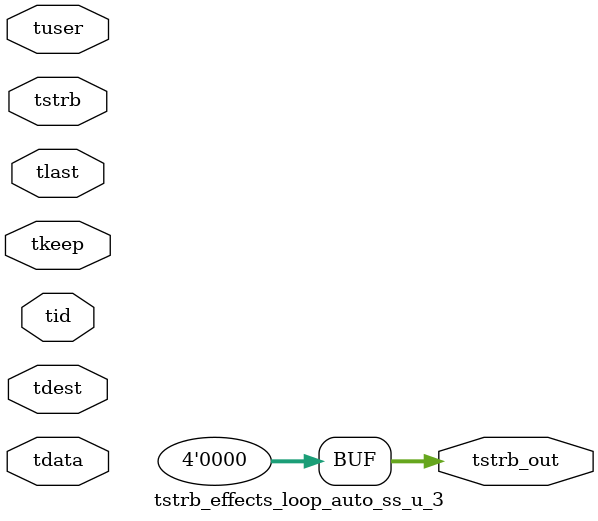
<source format=v>


`timescale 1ps/1ps

module tstrb_effects_loop_auto_ss_u_3 #
(
parameter C_S_AXIS_TDATA_WIDTH = 32,
parameter C_S_AXIS_TUSER_WIDTH = 0,
parameter C_S_AXIS_TID_WIDTH   = 0,
parameter C_S_AXIS_TDEST_WIDTH = 0,
parameter C_M_AXIS_TDATA_WIDTH = 32
)
(
input  [(C_S_AXIS_TDATA_WIDTH == 0 ? 1 : C_S_AXIS_TDATA_WIDTH)-1:0     ] tdata,
input  [(C_S_AXIS_TUSER_WIDTH == 0 ? 1 : C_S_AXIS_TUSER_WIDTH)-1:0     ] tuser,
input  [(C_S_AXIS_TID_WIDTH   == 0 ? 1 : C_S_AXIS_TID_WIDTH)-1:0       ] tid,
input  [(C_S_AXIS_TDEST_WIDTH == 0 ? 1 : C_S_AXIS_TDEST_WIDTH)-1:0     ] tdest,
input  [(C_S_AXIS_TDATA_WIDTH/8)-1:0 ] tkeep,
input  [(C_S_AXIS_TDATA_WIDTH/8)-1:0 ] tstrb,
input                                                                    tlast,
output [(C_M_AXIS_TDATA_WIDTH/8)-1:0 ] tstrb_out
);

assign tstrb_out = {1'b0};

endmodule


</source>
